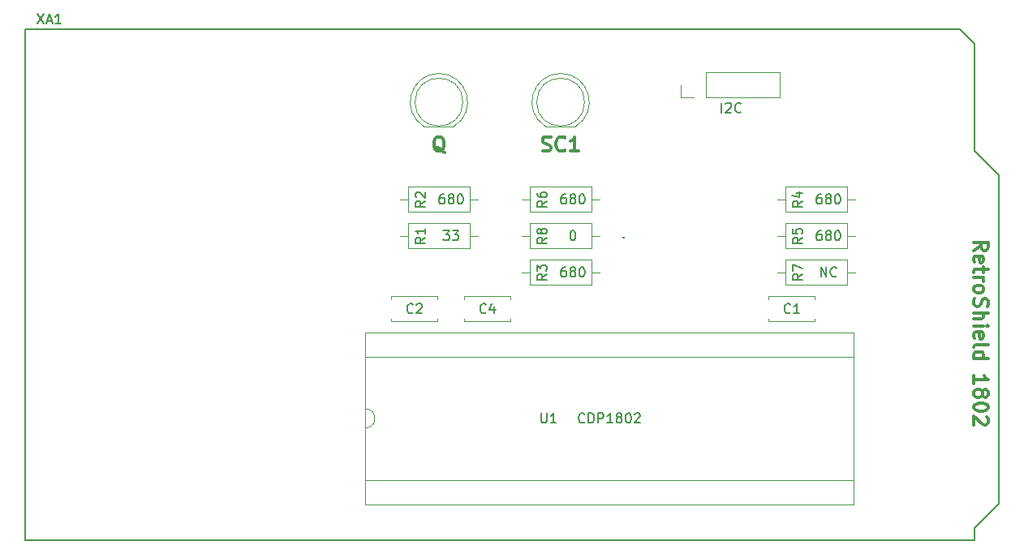
<source format=gto>
G04 #@! TF.FileFunction,Legend,Top*
%FSLAX46Y46*%
G04 Gerber Fmt 4.6, Leading zero omitted, Abs format (unit mm)*
G04 Created by KiCad (PCBNEW 4.0.7) date 08/20/19 17:13:51*
%MOMM*%
%LPD*%
G01*
G04 APERTURE LIST*
%ADD10C,0.100000*%
%ADD11C,0.300000*%
%ADD12C,0.150000*%
%ADD13C,0.120000*%
G04 APERTURE END LIST*
D10*
D11*
X247606429Y-73272145D02*
X248320714Y-72772145D01*
X247606429Y-72415002D02*
X249106429Y-72415002D01*
X249106429Y-72986430D01*
X249035000Y-73129288D01*
X248963571Y-73200716D01*
X248820714Y-73272145D01*
X248606429Y-73272145D01*
X248463571Y-73200716D01*
X248392143Y-73129288D01*
X248320714Y-72986430D01*
X248320714Y-72415002D01*
X247677857Y-74486430D02*
X247606429Y-74343573D01*
X247606429Y-74057859D01*
X247677857Y-73915002D01*
X247820714Y-73843573D01*
X248392143Y-73843573D01*
X248535000Y-73915002D01*
X248606429Y-74057859D01*
X248606429Y-74343573D01*
X248535000Y-74486430D01*
X248392143Y-74557859D01*
X248249286Y-74557859D01*
X248106429Y-73843573D01*
X248606429Y-74986430D02*
X248606429Y-75557859D01*
X249106429Y-75200716D02*
X247820714Y-75200716D01*
X247677857Y-75272144D01*
X247606429Y-75415002D01*
X247606429Y-75557859D01*
X247606429Y-76057859D02*
X248606429Y-76057859D01*
X248320714Y-76057859D02*
X248463571Y-76129287D01*
X248535000Y-76200716D01*
X248606429Y-76343573D01*
X248606429Y-76486430D01*
X247606429Y-77200716D02*
X247677857Y-77057858D01*
X247749286Y-76986430D01*
X247892143Y-76915001D01*
X248320714Y-76915001D01*
X248463571Y-76986430D01*
X248535000Y-77057858D01*
X248606429Y-77200716D01*
X248606429Y-77415001D01*
X248535000Y-77557858D01*
X248463571Y-77629287D01*
X248320714Y-77700716D01*
X247892143Y-77700716D01*
X247749286Y-77629287D01*
X247677857Y-77557858D01*
X247606429Y-77415001D01*
X247606429Y-77200716D01*
X247677857Y-78272144D02*
X247606429Y-78486430D01*
X247606429Y-78843573D01*
X247677857Y-78986430D01*
X247749286Y-79057859D01*
X247892143Y-79129287D01*
X248035000Y-79129287D01*
X248177857Y-79057859D01*
X248249286Y-78986430D01*
X248320714Y-78843573D01*
X248392143Y-78557859D01*
X248463571Y-78415001D01*
X248535000Y-78343573D01*
X248677857Y-78272144D01*
X248820714Y-78272144D01*
X248963571Y-78343573D01*
X249035000Y-78415001D01*
X249106429Y-78557859D01*
X249106429Y-78915001D01*
X249035000Y-79129287D01*
X247606429Y-79772144D02*
X249106429Y-79772144D01*
X247606429Y-80415001D02*
X248392143Y-80415001D01*
X248535000Y-80343572D01*
X248606429Y-80200715D01*
X248606429Y-79986430D01*
X248535000Y-79843572D01*
X248463571Y-79772144D01*
X247606429Y-81129287D02*
X248606429Y-81129287D01*
X249106429Y-81129287D02*
X249035000Y-81057858D01*
X248963571Y-81129287D01*
X249035000Y-81200715D01*
X249106429Y-81129287D01*
X248963571Y-81129287D01*
X247677857Y-82415001D02*
X247606429Y-82272144D01*
X247606429Y-81986430D01*
X247677857Y-81843573D01*
X247820714Y-81772144D01*
X248392143Y-81772144D01*
X248535000Y-81843573D01*
X248606429Y-81986430D01*
X248606429Y-82272144D01*
X248535000Y-82415001D01*
X248392143Y-82486430D01*
X248249286Y-82486430D01*
X248106429Y-81772144D01*
X247606429Y-83343573D02*
X247677857Y-83200715D01*
X247820714Y-83129287D01*
X249106429Y-83129287D01*
X247606429Y-84557858D02*
X249106429Y-84557858D01*
X247677857Y-84557858D02*
X247606429Y-84415001D01*
X247606429Y-84129287D01*
X247677857Y-83986429D01*
X247749286Y-83915001D01*
X247892143Y-83843572D01*
X248320714Y-83843572D01*
X248463571Y-83915001D01*
X248535000Y-83986429D01*
X248606429Y-84129287D01*
X248606429Y-84415001D01*
X248535000Y-84557858D01*
X247606429Y-87200715D02*
X247606429Y-86343572D01*
X247606429Y-86772144D02*
X249106429Y-86772144D01*
X248892143Y-86629287D01*
X248749286Y-86486429D01*
X248677857Y-86343572D01*
X248463571Y-88057858D02*
X248535000Y-87915000D01*
X248606429Y-87843572D01*
X248749286Y-87772143D01*
X248820714Y-87772143D01*
X248963571Y-87843572D01*
X249035000Y-87915000D01*
X249106429Y-88057858D01*
X249106429Y-88343572D01*
X249035000Y-88486429D01*
X248963571Y-88557858D01*
X248820714Y-88629286D01*
X248749286Y-88629286D01*
X248606429Y-88557858D01*
X248535000Y-88486429D01*
X248463571Y-88343572D01*
X248463571Y-88057858D01*
X248392143Y-87915000D01*
X248320714Y-87843572D01*
X248177857Y-87772143D01*
X247892143Y-87772143D01*
X247749286Y-87843572D01*
X247677857Y-87915000D01*
X247606429Y-88057858D01*
X247606429Y-88343572D01*
X247677857Y-88486429D01*
X247749286Y-88557858D01*
X247892143Y-88629286D01*
X248177857Y-88629286D01*
X248320714Y-88557858D01*
X248392143Y-88486429D01*
X248463571Y-88343572D01*
X249106429Y-89557857D02*
X249106429Y-89700714D01*
X249035000Y-89843571D01*
X248963571Y-89915000D01*
X248820714Y-89986429D01*
X248535000Y-90057857D01*
X248177857Y-90057857D01*
X247892143Y-89986429D01*
X247749286Y-89915000D01*
X247677857Y-89843571D01*
X247606429Y-89700714D01*
X247606429Y-89557857D01*
X247677857Y-89415000D01*
X247749286Y-89343571D01*
X247892143Y-89272143D01*
X248177857Y-89200714D01*
X248535000Y-89200714D01*
X248820714Y-89272143D01*
X248963571Y-89343571D01*
X249035000Y-89415000D01*
X249106429Y-89557857D01*
X248963571Y-90629285D02*
X249035000Y-90700714D01*
X249106429Y-90843571D01*
X249106429Y-91200714D01*
X249035000Y-91343571D01*
X248963571Y-91415000D01*
X248820714Y-91486428D01*
X248677857Y-91486428D01*
X248463571Y-91415000D01*
X247606429Y-90557857D01*
X247606429Y-91486428D01*
D12*
X221273810Y-58872381D02*
X221273810Y-57872381D01*
X221702381Y-57967619D02*
X221750000Y-57920000D01*
X221845238Y-57872381D01*
X222083334Y-57872381D01*
X222178572Y-57920000D01*
X222226191Y-57967619D01*
X222273810Y-58062857D01*
X222273810Y-58158095D01*
X222226191Y-58300952D01*
X221654762Y-58872381D01*
X222273810Y-58872381D01*
X223273810Y-58777143D02*
X223226191Y-58824762D01*
X223083334Y-58872381D01*
X222988096Y-58872381D01*
X222845238Y-58824762D01*
X222750000Y-58729524D01*
X222702381Y-58634286D01*
X222654762Y-58443810D01*
X222654762Y-58300952D01*
X222702381Y-58110476D01*
X222750000Y-58015238D01*
X222845238Y-57920000D01*
X222988096Y-57872381D01*
X223083334Y-57872381D01*
X223226191Y-57920000D01*
X223273810Y-57967619D01*
D11*
X202577143Y-62837143D02*
X202791429Y-62908571D01*
X203148572Y-62908571D01*
X203291429Y-62837143D01*
X203362858Y-62765714D01*
X203434286Y-62622857D01*
X203434286Y-62480000D01*
X203362858Y-62337143D01*
X203291429Y-62265714D01*
X203148572Y-62194286D01*
X202862858Y-62122857D01*
X202720000Y-62051429D01*
X202648572Y-61980000D01*
X202577143Y-61837143D01*
X202577143Y-61694286D01*
X202648572Y-61551429D01*
X202720000Y-61480000D01*
X202862858Y-61408571D01*
X203220000Y-61408571D01*
X203434286Y-61480000D01*
X204934286Y-62765714D02*
X204862857Y-62837143D01*
X204648571Y-62908571D01*
X204505714Y-62908571D01*
X204291429Y-62837143D01*
X204148571Y-62694286D01*
X204077143Y-62551429D01*
X204005714Y-62265714D01*
X204005714Y-62051429D01*
X204077143Y-61765714D01*
X204148571Y-61622857D01*
X204291429Y-61480000D01*
X204505714Y-61408571D01*
X204648571Y-61408571D01*
X204862857Y-61480000D01*
X204934286Y-61551429D01*
X206362857Y-62908571D02*
X205505714Y-62908571D01*
X205934286Y-62908571D02*
X205934286Y-61408571D01*
X205791429Y-61622857D01*
X205648571Y-61765714D01*
X205505714Y-61837143D01*
X192341429Y-63051429D02*
X192198572Y-62980000D01*
X192055715Y-62837143D01*
X191841429Y-62622857D01*
X191698572Y-62551429D01*
X191555715Y-62551429D01*
X191627143Y-62908571D02*
X191484286Y-62837143D01*
X191341429Y-62694286D01*
X191270000Y-62408571D01*
X191270000Y-61908571D01*
X191341429Y-61622857D01*
X191484286Y-61480000D01*
X191627143Y-61408571D01*
X191912857Y-61408571D01*
X192055715Y-61480000D01*
X192198572Y-61622857D01*
X192270000Y-61908571D01*
X192270000Y-62408571D01*
X192198572Y-62694286D01*
X192055715Y-62837143D01*
X191912857Y-62908571D01*
X191627143Y-62908571D01*
D13*
X226150000Y-78065000D02*
X230970000Y-78065000D01*
X226150000Y-80685000D02*
X230970000Y-80685000D01*
X226150000Y-78065000D02*
X226150000Y-78379000D01*
X226150000Y-80371000D02*
X226150000Y-80685000D01*
X230970000Y-78065000D02*
X230970000Y-78379000D01*
X230970000Y-80371000D02*
X230970000Y-80685000D01*
X186780000Y-78065000D02*
X191600000Y-78065000D01*
X186780000Y-80685000D02*
X191600000Y-80685000D01*
X186780000Y-78065000D02*
X186780000Y-78379000D01*
X186780000Y-80371000D02*
X186780000Y-80685000D01*
X191600000Y-78065000D02*
X191600000Y-78379000D01*
X191600000Y-80371000D02*
X191600000Y-80685000D01*
X194400000Y-78065000D02*
X199220000Y-78065000D01*
X194400000Y-80685000D02*
X199220000Y-80685000D01*
X194400000Y-78065000D02*
X194400000Y-78379000D01*
X194400000Y-80371000D02*
X194400000Y-80685000D01*
X199220000Y-78065000D02*
X199220000Y-78379000D01*
X199220000Y-80371000D02*
X199220000Y-80685000D01*
X191770462Y-54795000D02*
G75*
G03X190225170Y-60345000I-462J-2990000D01*
G01*
X191769538Y-54795000D02*
G75*
G02X193314830Y-60345000I462J-2990000D01*
G01*
X194270000Y-57785000D02*
G75*
G03X194270000Y-57785000I-2500000J0D01*
G01*
X190225000Y-60345000D02*
X193315000Y-60345000D01*
X204470462Y-54795000D02*
G75*
G03X202925170Y-60345000I-462J-2990000D01*
G01*
X204469538Y-54795000D02*
G75*
G02X206014830Y-60345000I462J-2990000D01*
G01*
X206970000Y-57785000D02*
G75*
G03X206970000Y-57785000I-2500000J0D01*
G01*
X202925000Y-60345000D02*
X206015000Y-60345000D01*
X188560000Y-70445000D02*
X188560000Y-73065000D01*
X188560000Y-73065000D02*
X194980000Y-73065000D01*
X194980000Y-73065000D02*
X194980000Y-70445000D01*
X194980000Y-70445000D02*
X188560000Y-70445000D01*
X187670000Y-71755000D02*
X188560000Y-71755000D01*
X195870000Y-71755000D02*
X194980000Y-71755000D01*
X194980000Y-69255000D02*
X194980000Y-66635000D01*
X194980000Y-66635000D02*
X188560000Y-66635000D01*
X188560000Y-66635000D02*
X188560000Y-69255000D01*
X188560000Y-69255000D02*
X194980000Y-69255000D01*
X195870000Y-67945000D02*
X194980000Y-67945000D01*
X187670000Y-67945000D02*
X188560000Y-67945000D01*
X201260000Y-74255000D02*
X201260000Y-76875000D01*
X201260000Y-76875000D02*
X207680000Y-76875000D01*
X207680000Y-76875000D02*
X207680000Y-74255000D01*
X207680000Y-74255000D02*
X201260000Y-74255000D01*
X200370000Y-75565000D02*
X201260000Y-75565000D01*
X208570000Y-75565000D02*
X207680000Y-75565000D01*
X227930000Y-66635000D02*
X227930000Y-69255000D01*
X227930000Y-69255000D02*
X234350000Y-69255000D01*
X234350000Y-69255000D02*
X234350000Y-66635000D01*
X234350000Y-66635000D02*
X227930000Y-66635000D01*
X227040000Y-67945000D02*
X227930000Y-67945000D01*
X235240000Y-67945000D02*
X234350000Y-67945000D01*
X227930000Y-70445000D02*
X227930000Y-73065000D01*
X227930000Y-73065000D02*
X234350000Y-73065000D01*
X234350000Y-73065000D02*
X234350000Y-70445000D01*
X234350000Y-70445000D02*
X227930000Y-70445000D01*
X227040000Y-71755000D02*
X227930000Y-71755000D01*
X235240000Y-71755000D02*
X234350000Y-71755000D01*
X201260000Y-66635000D02*
X201260000Y-69255000D01*
X201260000Y-69255000D02*
X207680000Y-69255000D01*
X207680000Y-69255000D02*
X207680000Y-66635000D01*
X207680000Y-66635000D02*
X201260000Y-66635000D01*
X200370000Y-67945000D02*
X201260000Y-67945000D01*
X208570000Y-67945000D02*
X207680000Y-67945000D01*
X227930000Y-74255000D02*
X227930000Y-76875000D01*
X227930000Y-76875000D02*
X234350000Y-76875000D01*
X234350000Y-76875000D02*
X234350000Y-74255000D01*
X234350000Y-74255000D02*
X227930000Y-74255000D01*
X227040000Y-75565000D02*
X227930000Y-75565000D01*
X235240000Y-75565000D02*
X234350000Y-75565000D01*
X201260000Y-70445000D02*
X201260000Y-73065000D01*
X201260000Y-73065000D02*
X207680000Y-73065000D01*
X207680000Y-73065000D02*
X207680000Y-70445000D01*
X207680000Y-70445000D02*
X201260000Y-70445000D01*
X200370000Y-71755000D02*
X201260000Y-71755000D01*
X208570000Y-71755000D02*
X207680000Y-71755000D01*
X184090000Y-89805000D02*
G75*
G02X184090000Y-91805000I0J-1000000D01*
G01*
X184090000Y-91805000D02*
X184090000Y-97265000D01*
X184090000Y-97265000D02*
X235010000Y-97265000D01*
X235010000Y-97265000D02*
X235010000Y-84345000D01*
X235010000Y-84345000D02*
X184090000Y-84345000D01*
X184090000Y-84345000D02*
X184090000Y-89805000D01*
X184030000Y-99755000D02*
X235070000Y-99755000D01*
X235070000Y-99755000D02*
X235070000Y-81855000D01*
X235070000Y-81855000D02*
X184030000Y-81855000D01*
X184030000Y-81855000D02*
X184030000Y-99755000D01*
D12*
X148590000Y-50165000D02*
X148590000Y-103505000D01*
X247650000Y-62865000D02*
X247650000Y-51689000D01*
X250190000Y-65405000D02*
X247650000Y-62865000D01*
X250190000Y-99695000D02*
X250190000Y-65405000D01*
X247650000Y-102235000D02*
X250190000Y-99695000D01*
X247650000Y-103505000D02*
X247650000Y-102235000D01*
X246126000Y-50165000D02*
X247650000Y-51689000D01*
X148590000Y-103505000D02*
X247650000Y-103505000D01*
X148590000Y-50165000D02*
X246126000Y-50165000D01*
D13*
X227315000Y-57320000D02*
X227315000Y-54660000D01*
X219635000Y-57320000D02*
X227315000Y-57320000D01*
X219635000Y-54660000D02*
X227315000Y-54660000D01*
X219635000Y-57320000D02*
X219635000Y-54660000D01*
X218365000Y-57320000D02*
X217035000Y-57320000D01*
X217035000Y-57320000D02*
X217035000Y-55990000D01*
D12*
X228433334Y-79732143D02*
X228385715Y-79779762D01*
X228242858Y-79827381D01*
X228147620Y-79827381D01*
X228004762Y-79779762D01*
X227909524Y-79684524D01*
X227861905Y-79589286D01*
X227814286Y-79398810D01*
X227814286Y-79255952D01*
X227861905Y-79065476D01*
X227909524Y-78970238D01*
X228004762Y-78875000D01*
X228147620Y-78827381D01*
X228242858Y-78827381D01*
X228385715Y-78875000D01*
X228433334Y-78922619D01*
X229385715Y-79827381D02*
X228814286Y-79827381D01*
X229100000Y-79827381D02*
X229100000Y-78827381D01*
X229004762Y-78970238D01*
X228909524Y-79065476D01*
X228814286Y-79113095D01*
X189063334Y-79732143D02*
X189015715Y-79779762D01*
X188872858Y-79827381D01*
X188777620Y-79827381D01*
X188634762Y-79779762D01*
X188539524Y-79684524D01*
X188491905Y-79589286D01*
X188444286Y-79398810D01*
X188444286Y-79255952D01*
X188491905Y-79065476D01*
X188539524Y-78970238D01*
X188634762Y-78875000D01*
X188777620Y-78827381D01*
X188872858Y-78827381D01*
X189015715Y-78875000D01*
X189063334Y-78922619D01*
X189444286Y-78922619D02*
X189491905Y-78875000D01*
X189587143Y-78827381D01*
X189825239Y-78827381D01*
X189920477Y-78875000D01*
X189968096Y-78922619D01*
X190015715Y-79017857D01*
X190015715Y-79113095D01*
X189968096Y-79255952D01*
X189396667Y-79827381D01*
X190015715Y-79827381D01*
X196683334Y-79732143D02*
X196635715Y-79779762D01*
X196492858Y-79827381D01*
X196397620Y-79827381D01*
X196254762Y-79779762D01*
X196159524Y-79684524D01*
X196111905Y-79589286D01*
X196064286Y-79398810D01*
X196064286Y-79255952D01*
X196111905Y-79065476D01*
X196159524Y-78970238D01*
X196254762Y-78875000D01*
X196397620Y-78827381D01*
X196492858Y-78827381D01*
X196635715Y-78875000D01*
X196683334Y-78922619D01*
X197540477Y-79160714D02*
X197540477Y-79827381D01*
X197302381Y-78779762D02*
X197064286Y-79494048D01*
X197683334Y-79494048D01*
X190317381Y-71921666D02*
X189841190Y-72255000D01*
X190317381Y-72493095D02*
X189317381Y-72493095D01*
X189317381Y-72112142D01*
X189365000Y-72016904D01*
X189412619Y-71969285D01*
X189507857Y-71921666D01*
X189650714Y-71921666D01*
X189745952Y-71969285D01*
X189793571Y-72016904D01*
X189841190Y-72112142D01*
X189841190Y-72493095D01*
X190317381Y-70969285D02*
X190317381Y-71540714D01*
X190317381Y-71255000D02*
X189317381Y-71255000D01*
X189460238Y-71350238D01*
X189555476Y-71445476D01*
X189603095Y-71540714D01*
X192230476Y-71207381D02*
X192849524Y-71207381D01*
X192516190Y-71588333D01*
X192659048Y-71588333D01*
X192754286Y-71635952D01*
X192801905Y-71683571D01*
X192849524Y-71778810D01*
X192849524Y-72016905D01*
X192801905Y-72112143D01*
X192754286Y-72159762D01*
X192659048Y-72207381D01*
X192373333Y-72207381D01*
X192278095Y-72159762D01*
X192230476Y-72112143D01*
X193182857Y-71207381D02*
X193801905Y-71207381D01*
X193468571Y-71588333D01*
X193611429Y-71588333D01*
X193706667Y-71635952D01*
X193754286Y-71683571D01*
X193801905Y-71778810D01*
X193801905Y-72016905D01*
X193754286Y-72112143D01*
X193706667Y-72159762D01*
X193611429Y-72207381D01*
X193325714Y-72207381D01*
X193230476Y-72159762D01*
X193182857Y-72112143D01*
X190317381Y-68111666D02*
X189841190Y-68445000D01*
X190317381Y-68683095D02*
X189317381Y-68683095D01*
X189317381Y-68302142D01*
X189365000Y-68206904D01*
X189412619Y-68159285D01*
X189507857Y-68111666D01*
X189650714Y-68111666D01*
X189745952Y-68159285D01*
X189793571Y-68206904D01*
X189841190Y-68302142D01*
X189841190Y-68683095D01*
X189412619Y-67730714D02*
X189365000Y-67683095D01*
X189317381Y-67587857D01*
X189317381Y-67349761D01*
X189365000Y-67254523D01*
X189412619Y-67206904D01*
X189507857Y-67159285D01*
X189603095Y-67159285D01*
X189745952Y-67206904D01*
X190317381Y-67778333D01*
X190317381Y-67159285D01*
X192278096Y-67397381D02*
X192087619Y-67397381D01*
X191992381Y-67445000D01*
X191944762Y-67492619D01*
X191849524Y-67635476D01*
X191801905Y-67825952D01*
X191801905Y-68206905D01*
X191849524Y-68302143D01*
X191897143Y-68349762D01*
X191992381Y-68397381D01*
X192182858Y-68397381D01*
X192278096Y-68349762D01*
X192325715Y-68302143D01*
X192373334Y-68206905D01*
X192373334Y-67968810D01*
X192325715Y-67873571D01*
X192278096Y-67825952D01*
X192182858Y-67778333D01*
X191992381Y-67778333D01*
X191897143Y-67825952D01*
X191849524Y-67873571D01*
X191801905Y-67968810D01*
X192944762Y-67825952D02*
X192849524Y-67778333D01*
X192801905Y-67730714D01*
X192754286Y-67635476D01*
X192754286Y-67587857D01*
X192801905Y-67492619D01*
X192849524Y-67445000D01*
X192944762Y-67397381D01*
X193135239Y-67397381D01*
X193230477Y-67445000D01*
X193278096Y-67492619D01*
X193325715Y-67587857D01*
X193325715Y-67635476D01*
X193278096Y-67730714D01*
X193230477Y-67778333D01*
X193135239Y-67825952D01*
X192944762Y-67825952D01*
X192849524Y-67873571D01*
X192801905Y-67921190D01*
X192754286Y-68016429D01*
X192754286Y-68206905D01*
X192801905Y-68302143D01*
X192849524Y-68349762D01*
X192944762Y-68397381D01*
X193135239Y-68397381D01*
X193230477Y-68349762D01*
X193278096Y-68302143D01*
X193325715Y-68206905D01*
X193325715Y-68016429D01*
X193278096Y-67921190D01*
X193230477Y-67873571D01*
X193135239Y-67825952D01*
X193944762Y-67397381D02*
X194040001Y-67397381D01*
X194135239Y-67445000D01*
X194182858Y-67492619D01*
X194230477Y-67587857D01*
X194278096Y-67778333D01*
X194278096Y-68016429D01*
X194230477Y-68206905D01*
X194182858Y-68302143D01*
X194135239Y-68349762D01*
X194040001Y-68397381D01*
X193944762Y-68397381D01*
X193849524Y-68349762D01*
X193801905Y-68302143D01*
X193754286Y-68206905D01*
X193706667Y-68016429D01*
X193706667Y-67778333D01*
X193754286Y-67587857D01*
X193801905Y-67492619D01*
X193849524Y-67445000D01*
X193944762Y-67397381D01*
X203017381Y-75731666D02*
X202541190Y-76065000D01*
X203017381Y-76303095D02*
X202017381Y-76303095D01*
X202017381Y-75922142D01*
X202065000Y-75826904D01*
X202112619Y-75779285D01*
X202207857Y-75731666D01*
X202350714Y-75731666D01*
X202445952Y-75779285D01*
X202493571Y-75826904D01*
X202541190Y-75922142D01*
X202541190Y-76303095D01*
X202017381Y-75398333D02*
X202017381Y-74779285D01*
X202398333Y-75112619D01*
X202398333Y-74969761D01*
X202445952Y-74874523D01*
X202493571Y-74826904D01*
X202588810Y-74779285D01*
X202826905Y-74779285D01*
X202922143Y-74826904D01*
X202969762Y-74874523D01*
X203017381Y-74969761D01*
X203017381Y-75255476D01*
X202969762Y-75350714D01*
X202922143Y-75398333D01*
X204978096Y-75017381D02*
X204787619Y-75017381D01*
X204692381Y-75065000D01*
X204644762Y-75112619D01*
X204549524Y-75255476D01*
X204501905Y-75445952D01*
X204501905Y-75826905D01*
X204549524Y-75922143D01*
X204597143Y-75969762D01*
X204692381Y-76017381D01*
X204882858Y-76017381D01*
X204978096Y-75969762D01*
X205025715Y-75922143D01*
X205073334Y-75826905D01*
X205073334Y-75588810D01*
X205025715Y-75493571D01*
X204978096Y-75445952D01*
X204882858Y-75398333D01*
X204692381Y-75398333D01*
X204597143Y-75445952D01*
X204549524Y-75493571D01*
X204501905Y-75588810D01*
X205644762Y-75445952D02*
X205549524Y-75398333D01*
X205501905Y-75350714D01*
X205454286Y-75255476D01*
X205454286Y-75207857D01*
X205501905Y-75112619D01*
X205549524Y-75065000D01*
X205644762Y-75017381D01*
X205835239Y-75017381D01*
X205930477Y-75065000D01*
X205978096Y-75112619D01*
X206025715Y-75207857D01*
X206025715Y-75255476D01*
X205978096Y-75350714D01*
X205930477Y-75398333D01*
X205835239Y-75445952D01*
X205644762Y-75445952D01*
X205549524Y-75493571D01*
X205501905Y-75541190D01*
X205454286Y-75636429D01*
X205454286Y-75826905D01*
X205501905Y-75922143D01*
X205549524Y-75969762D01*
X205644762Y-76017381D01*
X205835239Y-76017381D01*
X205930477Y-75969762D01*
X205978096Y-75922143D01*
X206025715Y-75826905D01*
X206025715Y-75636429D01*
X205978096Y-75541190D01*
X205930477Y-75493571D01*
X205835239Y-75445952D01*
X206644762Y-75017381D02*
X206740001Y-75017381D01*
X206835239Y-75065000D01*
X206882858Y-75112619D01*
X206930477Y-75207857D01*
X206978096Y-75398333D01*
X206978096Y-75636429D01*
X206930477Y-75826905D01*
X206882858Y-75922143D01*
X206835239Y-75969762D01*
X206740001Y-76017381D01*
X206644762Y-76017381D01*
X206549524Y-75969762D01*
X206501905Y-75922143D01*
X206454286Y-75826905D01*
X206406667Y-75636429D01*
X206406667Y-75398333D01*
X206454286Y-75207857D01*
X206501905Y-75112619D01*
X206549524Y-75065000D01*
X206644762Y-75017381D01*
X229687381Y-68111666D02*
X229211190Y-68445000D01*
X229687381Y-68683095D02*
X228687381Y-68683095D01*
X228687381Y-68302142D01*
X228735000Y-68206904D01*
X228782619Y-68159285D01*
X228877857Y-68111666D01*
X229020714Y-68111666D01*
X229115952Y-68159285D01*
X229163571Y-68206904D01*
X229211190Y-68302142D01*
X229211190Y-68683095D01*
X229020714Y-67254523D02*
X229687381Y-67254523D01*
X228639762Y-67492619D02*
X229354048Y-67730714D01*
X229354048Y-67111666D01*
X231648096Y-67397381D02*
X231457619Y-67397381D01*
X231362381Y-67445000D01*
X231314762Y-67492619D01*
X231219524Y-67635476D01*
X231171905Y-67825952D01*
X231171905Y-68206905D01*
X231219524Y-68302143D01*
X231267143Y-68349762D01*
X231362381Y-68397381D01*
X231552858Y-68397381D01*
X231648096Y-68349762D01*
X231695715Y-68302143D01*
X231743334Y-68206905D01*
X231743334Y-67968810D01*
X231695715Y-67873571D01*
X231648096Y-67825952D01*
X231552858Y-67778333D01*
X231362381Y-67778333D01*
X231267143Y-67825952D01*
X231219524Y-67873571D01*
X231171905Y-67968810D01*
X232314762Y-67825952D02*
X232219524Y-67778333D01*
X232171905Y-67730714D01*
X232124286Y-67635476D01*
X232124286Y-67587857D01*
X232171905Y-67492619D01*
X232219524Y-67445000D01*
X232314762Y-67397381D01*
X232505239Y-67397381D01*
X232600477Y-67445000D01*
X232648096Y-67492619D01*
X232695715Y-67587857D01*
X232695715Y-67635476D01*
X232648096Y-67730714D01*
X232600477Y-67778333D01*
X232505239Y-67825952D01*
X232314762Y-67825952D01*
X232219524Y-67873571D01*
X232171905Y-67921190D01*
X232124286Y-68016429D01*
X232124286Y-68206905D01*
X232171905Y-68302143D01*
X232219524Y-68349762D01*
X232314762Y-68397381D01*
X232505239Y-68397381D01*
X232600477Y-68349762D01*
X232648096Y-68302143D01*
X232695715Y-68206905D01*
X232695715Y-68016429D01*
X232648096Y-67921190D01*
X232600477Y-67873571D01*
X232505239Y-67825952D01*
X233314762Y-67397381D02*
X233410001Y-67397381D01*
X233505239Y-67445000D01*
X233552858Y-67492619D01*
X233600477Y-67587857D01*
X233648096Y-67778333D01*
X233648096Y-68016429D01*
X233600477Y-68206905D01*
X233552858Y-68302143D01*
X233505239Y-68349762D01*
X233410001Y-68397381D01*
X233314762Y-68397381D01*
X233219524Y-68349762D01*
X233171905Y-68302143D01*
X233124286Y-68206905D01*
X233076667Y-68016429D01*
X233076667Y-67778333D01*
X233124286Y-67587857D01*
X233171905Y-67492619D01*
X233219524Y-67445000D01*
X233314762Y-67397381D01*
X229687381Y-71921666D02*
X229211190Y-72255000D01*
X229687381Y-72493095D02*
X228687381Y-72493095D01*
X228687381Y-72112142D01*
X228735000Y-72016904D01*
X228782619Y-71969285D01*
X228877857Y-71921666D01*
X229020714Y-71921666D01*
X229115952Y-71969285D01*
X229163571Y-72016904D01*
X229211190Y-72112142D01*
X229211190Y-72493095D01*
X228687381Y-71016904D02*
X228687381Y-71493095D01*
X229163571Y-71540714D01*
X229115952Y-71493095D01*
X229068333Y-71397857D01*
X229068333Y-71159761D01*
X229115952Y-71064523D01*
X229163571Y-71016904D01*
X229258810Y-70969285D01*
X229496905Y-70969285D01*
X229592143Y-71016904D01*
X229639762Y-71064523D01*
X229687381Y-71159761D01*
X229687381Y-71397857D01*
X229639762Y-71493095D01*
X229592143Y-71540714D01*
X231648096Y-71207381D02*
X231457619Y-71207381D01*
X231362381Y-71255000D01*
X231314762Y-71302619D01*
X231219524Y-71445476D01*
X231171905Y-71635952D01*
X231171905Y-72016905D01*
X231219524Y-72112143D01*
X231267143Y-72159762D01*
X231362381Y-72207381D01*
X231552858Y-72207381D01*
X231648096Y-72159762D01*
X231695715Y-72112143D01*
X231743334Y-72016905D01*
X231743334Y-71778810D01*
X231695715Y-71683571D01*
X231648096Y-71635952D01*
X231552858Y-71588333D01*
X231362381Y-71588333D01*
X231267143Y-71635952D01*
X231219524Y-71683571D01*
X231171905Y-71778810D01*
X232314762Y-71635952D02*
X232219524Y-71588333D01*
X232171905Y-71540714D01*
X232124286Y-71445476D01*
X232124286Y-71397857D01*
X232171905Y-71302619D01*
X232219524Y-71255000D01*
X232314762Y-71207381D01*
X232505239Y-71207381D01*
X232600477Y-71255000D01*
X232648096Y-71302619D01*
X232695715Y-71397857D01*
X232695715Y-71445476D01*
X232648096Y-71540714D01*
X232600477Y-71588333D01*
X232505239Y-71635952D01*
X232314762Y-71635952D01*
X232219524Y-71683571D01*
X232171905Y-71731190D01*
X232124286Y-71826429D01*
X232124286Y-72016905D01*
X232171905Y-72112143D01*
X232219524Y-72159762D01*
X232314762Y-72207381D01*
X232505239Y-72207381D01*
X232600477Y-72159762D01*
X232648096Y-72112143D01*
X232695715Y-72016905D01*
X232695715Y-71826429D01*
X232648096Y-71731190D01*
X232600477Y-71683571D01*
X232505239Y-71635952D01*
X233314762Y-71207381D02*
X233410001Y-71207381D01*
X233505239Y-71255000D01*
X233552858Y-71302619D01*
X233600477Y-71397857D01*
X233648096Y-71588333D01*
X233648096Y-71826429D01*
X233600477Y-72016905D01*
X233552858Y-72112143D01*
X233505239Y-72159762D01*
X233410001Y-72207381D01*
X233314762Y-72207381D01*
X233219524Y-72159762D01*
X233171905Y-72112143D01*
X233124286Y-72016905D01*
X233076667Y-71826429D01*
X233076667Y-71588333D01*
X233124286Y-71397857D01*
X233171905Y-71302619D01*
X233219524Y-71255000D01*
X233314762Y-71207381D01*
X203017381Y-68111666D02*
X202541190Y-68445000D01*
X203017381Y-68683095D02*
X202017381Y-68683095D01*
X202017381Y-68302142D01*
X202065000Y-68206904D01*
X202112619Y-68159285D01*
X202207857Y-68111666D01*
X202350714Y-68111666D01*
X202445952Y-68159285D01*
X202493571Y-68206904D01*
X202541190Y-68302142D01*
X202541190Y-68683095D01*
X202017381Y-67254523D02*
X202017381Y-67445000D01*
X202065000Y-67540238D01*
X202112619Y-67587857D01*
X202255476Y-67683095D01*
X202445952Y-67730714D01*
X202826905Y-67730714D01*
X202922143Y-67683095D01*
X202969762Y-67635476D01*
X203017381Y-67540238D01*
X203017381Y-67349761D01*
X202969762Y-67254523D01*
X202922143Y-67206904D01*
X202826905Y-67159285D01*
X202588810Y-67159285D01*
X202493571Y-67206904D01*
X202445952Y-67254523D01*
X202398333Y-67349761D01*
X202398333Y-67540238D01*
X202445952Y-67635476D01*
X202493571Y-67683095D01*
X202588810Y-67730714D01*
X204978096Y-67397381D02*
X204787619Y-67397381D01*
X204692381Y-67445000D01*
X204644762Y-67492619D01*
X204549524Y-67635476D01*
X204501905Y-67825952D01*
X204501905Y-68206905D01*
X204549524Y-68302143D01*
X204597143Y-68349762D01*
X204692381Y-68397381D01*
X204882858Y-68397381D01*
X204978096Y-68349762D01*
X205025715Y-68302143D01*
X205073334Y-68206905D01*
X205073334Y-67968810D01*
X205025715Y-67873571D01*
X204978096Y-67825952D01*
X204882858Y-67778333D01*
X204692381Y-67778333D01*
X204597143Y-67825952D01*
X204549524Y-67873571D01*
X204501905Y-67968810D01*
X205644762Y-67825952D02*
X205549524Y-67778333D01*
X205501905Y-67730714D01*
X205454286Y-67635476D01*
X205454286Y-67587857D01*
X205501905Y-67492619D01*
X205549524Y-67445000D01*
X205644762Y-67397381D01*
X205835239Y-67397381D01*
X205930477Y-67445000D01*
X205978096Y-67492619D01*
X206025715Y-67587857D01*
X206025715Y-67635476D01*
X205978096Y-67730714D01*
X205930477Y-67778333D01*
X205835239Y-67825952D01*
X205644762Y-67825952D01*
X205549524Y-67873571D01*
X205501905Y-67921190D01*
X205454286Y-68016429D01*
X205454286Y-68206905D01*
X205501905Y-68302143D01*
X205549524Y-68349762D01*
X205644762Y-68397381D01*
X205835239Y-68397381D01*
X205930477Y-68349762D01*
X205978096Y-68302143D01*
X206025715Y-68206905D01*
X206025715Y-68016429D01*
X205978096Y-67921190D01*
X205930477Y-67873571D01*
X205835239Y-67825952D01*
X206644762Y-67397381D02*
X206740001Y-67397381D01*
X206835239Y-67445000D01*
X206882858Y-67492619D01*
X206930477Y-67587857D01*
X206978096Y-67778333D01*
X206978096Y-68016429D01*
X206930477Y-68206905D01*
X206882858Y-68302143D01*
X206835239Y-68349762D01*
X206740001Y-68397381D01*
X206644762Y-68397381D01*
X206549524Y-68349762D01*
X206501905Y-68302143D01*
X206454286Y-68206905D01*
X206406667Y-68016429D01*
X206406667Y-67778333D01*
X206454286Y-67587857D01*
X206501905Y-67492619D01*
X206549524Y-67445000D01*
X206644762Y-67397381D01*
X229687381Y-75731666D02*
X229211190Y-76065000D01*
X229687381Y-76303095D02*
X228687381Y-76303095D01*
X228687381Y-75922142D01*
X228735000Y-75826904D01*
X228782619Y-75779285D01*
X228877857Y-75731666D01*
X229020714Y-75731666D01*
X229115952Y-75779285D01*
X229163571Y-75826904D01*
X229211190Y-75922142D01*
X229211190Y-76303095D01*
X228687381Y-75398333D02*
X228687381Y-74731666D01*
X229687381Y-75160238D01*
X231624286Y-76017381D02*
X231624286Y-75017381D01*
X232195715Y-76017381D01*
X232195715Y-75017381D01*
X233243334Y-75922143D02*
X233195715Y-75969762D01*
X233052858Y-76017381D01*
X232957620Y-76017381D01*
X232814762Y-75969762D01*
X232719524Y-75874524D01*
X232671905Y-75779286D01*
X232624286Y-75588810D01*
X232624286Y-75445952D01*
X232671905Y-75255476D01*
X232719524Y-75160238D01*
X232814762Y-75065000D01*
X232957620Y-75017381D01*
X233052858Y-75017381D01*
X233195715Y-75065000D01*
X233243334Y-75112619D01*
X203017381Y-71921666D02*
X202541190Y-72255000D01*
X203017381Y-72493095D02*
X202017381Y-72493095D01*
X202017381Y-72112142D01*
X202065000Y-72016904D01*
X202112619Y-71969285D01*
X202207857Y-71921666D01*
X202350714Y-71921666D01*
X202445952Y-71969285D01*
X202493571Y-72016904D01*
X202541190Y-72112142D01*
X202541190Y-72493095D01*
X202445952Y-71350238D02*
X202398333Y-71445476D01*
X202350714Y-71493095D01*
X202255476Y-71540714D01*
X202207857Y-71540714D01*
X202112619Y-71493095D01*
X202065000Y-71445476D01*
X202017381Y-71350238D01*
X202017381Y-71159761D01*
X202065000Y-71064523D01*
X202112619Y-71016904D01*
X202207857Y-70969285D01*
X202255476Y-70969285D01*
X202350714Y-71016904D01*
X202398333Y-71064523D01*
X202445952Y-71159761D01*
X202445952Y-71350238D01*
X202493571Y-71445476D01*
X202541190Y-71493095D01*
X202636429Y-71540714D01*
X202826905Y-71540714D01*
X202922143Y-71493095D01*
X202969762Y-71445476D01*
X203017381Y-71350238D01*
X203017381Y-71159761D01*
X202969762Y-71064523D01*
X202922143Y-71016904D01*
X202826905Y-70969285D01*
X202636429Y-70969285D01*
X202541190Y-71016904D01*
X202493571Y-71064523D01*
X202445952Y-71159761D01*
X205692381Y-71207381D02*
X205787620Y-71207381D01*
X205882858Y-71255000D01*
X205930477Y-71302619D01*
X205978096Y-71397857D01*
X206025715Y-71588333D01*
X206025715Y-71826429D01*
X205978096Y-72016905D01*
X205930477Y-72112143D01*
X205882858Y-72159762D01*
X205787620Y-72207381D01*
X205692381Y-72207381D01*
X205597143Y-72159762D01*
X205549524Y-72112143D01*
X205501905Y-72016905D01*
X205454286Y-71826429D01*
X205454286Y-71588333D01*
X205501905Y-71397857D01*
X205549524Y-71302619D01*
X205597143Y-71255000D01*
X205692381Y-71207381D01*
X202438095Y-90257381D02*
X202438095Y-91066905D01*
X202485714Y-91162143D01*
X202533333Y-91209762D01*
X202628571Y-91257381D01*
X202819048Y-91257381D01*
X202914286Y-91209762D01*
X202961905Y-91162143D01*
X203009524Y-91066905D01*
X203009524Y-90257381D01*
X204009524Y-91257381D02*
X203438095Y-91257381D01*
X203723809Y-91257381D02*
X203723809Y-90257381D01*
X203628571Y-90400238D01*
X203533333Y-90495476D01*
X203438095Y-90543095D01*
X206954762Y-91162143D02*
X206907143Y-91209762D01*
X206764286Y-91257381D01*
X206669048Y-91257381D01*
X206526190Y-91209762D01*
X206430952Y-91114524D01*
X206383333Y-91019286D01*
X206335714Y-90828810D01*
X206335714Y-90685952D01*
X206383333Y-90495476D01*
X206430952Y-90400238D01*
X206526190Y-90305000D01*
X206669048Y-90257381D01*
X206764286Y-90257381D01*
X206907143Y-90305000D01*
X206954762Y-90352619D01*
X207383333Y-91257381D02*
X207383333Y-90257381D01*
X207621428Y-90257381D01*
X207764286Y-90305000D01*
X207859524Y-90400238D01*
X207907143Y-90495476D01*
X207954762Y-90685952D01*
X207954762Y-90828810D01*
X207907143Y-91019286D01*
X207859524Y-91114524D01*
X207764286Y-91209762D01*
X207621428Y-91257381D01*
X207383333Y-91257381D01*
X208383333Y-91257381D02*
X208383333Y-90257381D01*
X208764286Y-90257381D01*
X208859524Y-90305000D01*
X208907143Y-90352619D01*
X208954762Y-90447857D01*
X208954762Y-90590714D01*
X208907143Y-90685952D01*
X208859524Y-90733571D01*
X208764286Y-90781190D01*
X208383333Y-90781190D01*
X209907143Y-91257381D02*
X209335714Y-91257381D01*
X209621428Y-91257381D02*
X209621428Y-90257381D01*
X209526190Y-90400238D01*
X209430952Y-90495476D01*
X209335714Y-90543095D01*
X210478571Y-90685952D02*
X210383333Y-90638333D01*
X210335714Y-90590714D01*
X210288095Y-90495476D01*
X210288095Y-90447857D01*
X210335714Y-90352619D01*
X210383333Y-90305000D01*
X210478571Y-90257381D01*
X210669048Y-90257381D01*
X210764286Y-90305000D01*
X210811905Y-90352619D01*
X210859524Y-90447857D01*
X210859524Y-90495476D01*
X210811905Y-90590714D01*
X210764286Y-90638333D01*
X210669048Y-90685952D01*
X210478571Y-90685952D01*
X210383333Y-90733571D01*
X210335714Y-90781190D01*
X210288095Y-90876429D01*
X210288095Y-91066905D01*
X210335714Y-91162143D01*
X210383333Y-91209762D01*
X210478571Y-91257381D01*
X210669048Y-91257381D01*
X210764286Y-91209762D01*
X210811905Y-91162143D01*
X210859524Y-91066905D01*
X210859524Y-90876429D01*
X210811905Y-90781190D01*
X210764286Y-90733571D01*
X210669048Y-90685952D01*
X211478571Y-90257381D02*
X211573810Y-90257381D01*
X211669048Y-90305000D01*
X211716667Y-90352619D01*
X211764286Y-90447857D01*
X211811905Y-90638333D01*
X211811905Y-90876429D01*
X211764286Y-91066905D01*
X211716667Y-91162143D01*
X211669048Y-91209762D01*
X211573810Y-91257381D01*
X211478571Y-91257381D01*
X211383333Y-91209762D01*
X211335714Y-91162143D01*
X211288095Y-91066905D01*
X211240476Y-90876429D01*
X211240476Y-90638333D01*
X211288095Y-90447857D01*
X211335714Y-90352619D01*
X211383333Y-90305000D01*
X211478571Y-90257381D01*
X212192857Y-90352619D02*
X212240476Y-90305000D01*
X212335714Y-90257381D01*
X212573810Y-90257381D01*
X212669048Y-90305000D01*
X212716667Y-90352619D01*
X212764286Y-90447857D01*
X212764286Y-90543095D01*
X212716667Y-90685952D01*
X212145238Y-91257381D01*
X212764286Y-91257381D01*
X149891905Y-48601381D02*
X150558572Y-49601381D01*
X150558572Y-48601381D02*
X149891905Y-49601381D01*
X150891905Y-49315667D02*
X151368096Y-49315667D01*
X150796667Y-49601381D02*
X151130000Y-48601381D01*
X151463334Y-49601381D01*
X152320477Y-49601381D02*
X151749048Y-49601381D01*
X152034762Y-49601381D02*
X152034762Y-48601381D01*
X151939524Y-48744238D01*
X151844286Y-48839476D01*
X151749048Y-48887095D01*
X211074000Y-71858143D02*
X211121619Y-71905762D01*
X211074000Y-71953381D01*
X211026381Y-71905762D01*
X211074000Y-71858143D01*
X211074000Y-71953381D01*
M02*

</source>
